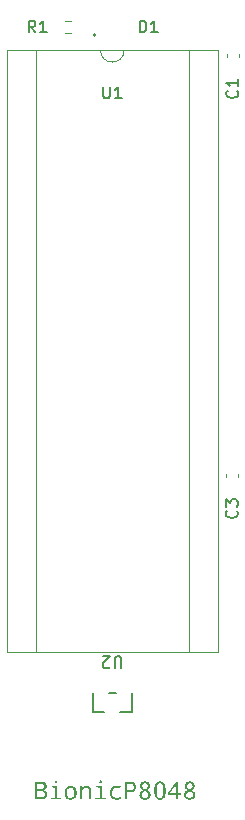
<source format=gbr>
G04 #@! TF.GenerationSoftware,KiCad,Pcbnew,8.0.4+dfsg-1*
G04 #@! TF.CreationDate,2024-12-10T10:57:50+09:00*
G04 #@! TF.ProjectId,bionic-p8048,62696f6e-6963-42d7-9038-3034382e6b69,5*
G04 #@! TF.SameCoordinates,Original*
G04 #@! TF.FileFunction,Legend,Top*
G04 #@! TF.FilePolarity,Positive*
%FSLAX46Y46*%
G04 Gerber Fmt 4.6, Leading zero omitted, Abs format (unit mm)*
G04 Created by KiCad (PCBNEW 8.0.4+dfsg-1) date 2024-12-10 10:57:50*
%MOMM*%
%LPD*%
G01*
G04 APERTURE LIST*
%ADD10C,0.150000*%
%ADD11C,0.152400*%
%ADD12C,0.120000*%
G04 APERTURE END LIST*
D10*
G36*
X107699538Y-135672063D02*
G01*
X107776344Y-135678637D01*
X107858522Y-135692311D01*
X107929805Y-135712297D01*
X107999195Y-135743590D01*
X108024394Y-135759631D01*
X108080173Y-135811219D01*
X108120015Y-135876592D01*
X108143920Y-135955750D01*
X108151764Y-136036321D01*
X108151889Y-136048692D01*
X108143982Y-136126373D01*
X108117019Y-136201904D01*
X108070922Y-136267045D01*
X108014737Y-136314622D01*
X107947389Y-136348819D01*
X107868878Y-136369634D01*
X107851836Y-136372192D01*
X107851836Y-136382450D01*
X107932036Y-136400127D01*
X108001542Y-136425315D01*
X108073387Y-136467361D01*
X108128524Y-136521142D01*
X108166953Y-136586658D01*
X108188674Y-136663909D01*
X108194020Y-136734160D01*
X108189397Y-136807481D01*
X108172314Y-136885274D01*
X108142644Y-136954722D01*
X108100386Y-137015826D01*
X108062496Y-137054362D01*
X108000538Y-137099615D01*
X107929430Y-137133753D01*
X107849170Y-137156776D01*
X107773092Y-137167664D01*
X107704558Y-137170500D01*
X107161606Y-137170500D01*
X107161606Y-137006735D01*
X107354314Y-137006735D01*
X107670486Y-137006735D01*
X107745619Y-137002355D01*
X107825448Y-136984565D01*
X107900582Y-136945152D01*
X107953175Y-136886033D01*
X107983228Y-136807207D01*
X107991055Y-136726466D01*
X107982906Y-136651635D01*
X107951616Y-136578580D01*
X107896859Y-136523788D01*
X107818635Y-136487261D01*
X107735521Y-136470772D01*
X107657297Y-136466714D01*
X107354314Y-136466714D01*
X107354314Y-137006735D01*
X107161606Y-137006735D01*
X107161606Y-136302949D01*
X107354314Y-136302949D01*
X107646672Y-136302949D01*
X107721640Y-136299446D01*
X107800021Y-136285213D01*
X107871600Y-136253683D01*
X107881145Y-136246895D01*
X107928824Y-136189259D01*
X107951261Y-136114589D01*
X107954785Y-136061515D01*
X107945477Y-135985822D01*
X107910477Y-135917465D01*
X107876016Y-135886759D01*
X107803957Y-135854387D01*
X107724072Y-135838824D01*
X107647182Y-135833844D01*
X107626156Y-135833636D01*
X107354314Y-135833636D01*
X107354314Y-136302949D01*
X107161606Y-136302949D01*
X107161606Y-135669871D01*
X107615165Y-135669871D01*
X107699538Y-135672063D01*
G37*
G36*
X108934809Y-135576082D02*
G01*
X109009441Y-135598452D01*
X109042280Y-135665561D01*
X109043986Y-135692952D01*
X109025644Y-135765080D01*
X109011379Y-135781613D01*
X108943015Y-135810301D01*
X108934809Y-135810555D01*
X108863410Y-135791146D01*
X108827226Y-135726832D01*
X108824533Y-135692952D01*
X108842733Y-135617284D01*
X108908963Y-135577908D01*
X108934809Y-135576082D01*
G37*
G36*
X108840287Y-136192307D02*
G01*
X108562949Y-136170691D01*
X108562949Y-136045028D01*
X109027499Y-136045028D01*
X109027499Y-137023221D01*
X109390200Y-137043737D01*
X109390200Y-137170500D01*
X108485646Y-137170500D01*
X108485646Y-137043737D01*
X108840287Y-137023221D01*
X108840287Y-136192307D01*
G37*
G36*
X110259242Y-136027197D02*
G01*
X110334882Y-136044044D01*
X110404803Y-136072122D01*
X110469005Y-136111432D01*
X110527489Y-136161973D01*
X110545713Y-136181316D01*
X110594395Y-136244900D01*
X110633005Y-136315852D01*
X110661542Y-136394171D01*
X110680008Y-136479857D01*
X110687702Y-136556890D01*
X110688961Y-136605566D01*
X110685509Y-136688148D01*
X110675151Y-136765077D01*
X110657888Y-136836354D01*
X110628058Y-136914424D01*
X110588285Y-136984354D01*
X110547545Y-137036410D01*
X110491353Y-137089948D01*
X110428568Y-137132409D01*
X110359187Y-137163793D01*
X110283213Y-137184101D01*
X110200643Y-137193331D01*
X110171655Y-137193947D01*
X110090893Y-137188318D01*
X110015669Y-137171433D01*
X109945984Y-137143290D01*
X109881838Y-137103890D01*
X109823229Y-137053233D01*
X109804924Y-137033846D01*
X109756118Y-136969896D01*
X109717409Y-136898400D01*
X109688798Y-136819355D01*
X109672669Y-136747719D01*
X109663553Y-136670842D01*
X109661309Y-136605566D01*
X109855116Y-136605566D01*
X109857934Y-136682890D01*
X109870456Y-136774157D01*
X109892996Y-136851904D01*
X109935258Y-136930073D01*
X109993173Y-136987115D01*
X110066741Y-137023031D01*
X110155962Y-137037819D01*
X110175685Y-137038242D01*
X110250560Y-137031481D01*
X110330116Y-137004017D01*
X110394072Y-136955425D01*
X110442429Y-136885707D01*
X110469884Y-136814721D01*
X110487355Y-136730214D01*
X110494842Y-136632186D01*
X110495154Y-136605566D01*
X110492327Y-136529028D01*
X110479762Y-136438687D01*
X110457145Y-136361731D01*
X110414737Y-136284356D01*
X110356624Y-136227893D01*
X110282803Y-136192343D01*
X110193277Y-136177704D01*
X110173487Y-136177286D01*
X110098868Y-136183978D01*
X110019587Y-136211164D01*
X109955850Y-136259261D01*
X109907660Y-136328271D01*
X109880300Y-136398536D01*
X109862889Y-136482184D01*
X109855427Y-136579217D01*
X109855116Y-136605566D01*
X109661309Y-136605566D01*
X109664717Y-136523749D01*
X109674941Y-136447514D01*
X109696206Y-136363399D01*
X109727285Y-136287321D01*
X109768179Y-136219280D01*
X109800894Y-136178385D01*
X109856677Y-136125096D01*
X109919339Y-136082833D01*
X109988878Y-136051594D01*
X110065295Y-136031381D01*
X110148590Y-136022194D01*
X110177883Y-136021581D01*
X110259242Y-136027197D01*
G37*
G36*
X111717346Y-137170500D02*
G01*
X111717346Y-136444366D01*
X111711362Y-136367424D01*
X111688384Y-136292308D01*
X111639795Y-136228407D01*
X111567750Y-136190066D01*
X111487327Y-136177547D01*
X111472248Y-136177286D01*
X111398059Y-136183674D01*
X111319234Y-136209628D01*
X111255864Y-136255545D01*
X111207950Y-136321426D01*
X111175493Y-136407271D01*
X111160655Y-136490321D01*
X111155709Y-136586148D01*
X111155709Y-137170500D01*
X110968131Y-137170500D01*
X110968131Y-136045028D01*
X111119439Y-136045028D01*
X111147283Y-136194871D01*
X111157541Y-136194871D01*
X111202097Y-136135980D01*
X111265996Y-136082673D01*
X111342727Y-136045950D01*
X111418710Y-136027673D01*
X111504122Y-136021581D01*
X111598060Y-136028021D01*
X111679473Y-136047341D01*
X111748361Y-136079541D01*
X111816857Y-136137904D01*
X111857564Y-136199084D01*
X111885745Y-136273144D01*
X111901401Y-136360083D01*
X111904924Y-136433741D01*
X111904924Y-137170500D01*
X111717346Y-137170500D01*
G37*
G36*
X112715688Y-135576082D02*
G01*
X112790321Y-135598452D01*
X112823159Y-135665561D01*
X112824865Y-135692952D01*
X112806524Y-135765080D01*
X112792258Y-135781613D01*
X112723894Y-135810301D01*
X112715688Y-135810555D01*
X112644289Y-135791146D01*
X112608105Y-135726832D01*
X112605413Y-135692952D01*
X112623612Y-135617284D01*
X112689842Y-135577908D01*
X112715688Y-135576082D01*
G37*
G36*
X112621166Y-136192307D02*
G01*
X112343829Y-136170691D01*
X112343829Y-136045028D01*
X112808378Y-136045028D01*
X112808378Y-137023221D01*
X113171079Y-137043737D01*
X113171079Y-137170500D01*
X112266526Y-137170500D01*
X112266526Y-137043737D01*
X112621166Y-137023221D01*
X112621166Y-136192307D01*
G37*
G36*
X114417084Y-136082398D02*
G01*
X114353337Y-136245063D01*
X114278094Y-136218937D01*
X114206974Y-136200275D01*
X114131890Y-136188204D01*
X114077098Y-136185346D01*
X113987539Y-136192004D01*
X113909921Y-136211976D01*
X113844245Y-136245264D01*
X113778941Y-136305598D01*
X113740133Y-136368844D01*
X113713265Y-136445406D01*
X113698338Y-136535282D01*
X113694980Y-136611428D01*
X113698248Y-136686264D01*
X113712774Y-136774595D01*
X113738920Y-136849840D01*
X113787945Y-136925493D01*
X113855127Y-136980700D01*
X113940465Y-137015460D01*
X114021810Y-137028546D01*
X114066840Y-137030182D01*
X114148241Y-137026198D01*
X114230513Y-137014245D01*
X114303214Y-136997250D01*
X114376582Y-136974154D01*
X114397667Y-136966435D01*
X114397667Y-137131299D01*
X114324691Y-137158707D01*
X114243885Y-137178285D01*
X114166756Y-137188991D01*
X114083631Y-137193702D01*
X114058780Y-137193947D01*
X113978893Y-137190289D01*
X113904785Y-137179314D01*
X113823482Y-137156486D01*
X113750500Y-137123123D01*
X113685838Y-137079223D01*
X113647353Y-137044104D01*
X113597674Y-136983327D01*
X113558275Y-136913380D01*
X113529153Y-136834263D01*
X113512736Y-136761326D01*
X113503457Y-136682021D01*
X113501173Y-136613992D01*
X113504823Y-136526918D01*
X113515771Y-136446588D01*
X113534017Y-136373002D01*
X113565547Y-136293601D01*
X113607588Y-136223912D01*
X113650650Y-136173256D01*
X113710967Y-136121710D01*
X113779810Y-136080829D01*
X113857181Y-136050613D01*
X113943077Y-136031061D01*
X114021171Y-136022914D01*
X114070870Y-136021581D01*
X114150173Y-136024491D01*
X114227478Y-136033222D01*
X114302784Y-136047773D01*
X114376091Y-136068144D01*
X114417084Y-136082398D01*
G37*
G36*
X115276361Y-135673723D02*
G01*
X115361723Y-135685276D01*
X115437773Y-135704532D01*
X115524687Y-135742187D01*
X115595046Y-135793535D01*
X115648850Y-135858576D01*
X115686099Y-135937310D01*
X115706793Y-136029737D01*
X115711449Y-136108043D01*
X115706426Y-136188672D01*
X115691356Y-136262397D01*
X115661077Y-136339684D01*
X115617124Y-136407575D01*
X115568567Y-136458287D01*
X115500010Y-136507252D01*
X115431368Y-136539649D01*
X115353608Y-136563211D01*
X115266728Y-136577937D01*
X115187362Y-136583459D01*
X115153842Y-136583950D01*
X114957105Y-136583950D01*
X114957105Y-137170500D01*
X114765496Y-137170500D01*
X114765496Y-136420185D01*
X114957105Y-136420185D01*
X115132227Y-136420185D01*
X115215948Y-136416679D01*
X115288554Y-136406161D01*
X115365573Y-136382333D01*
X115424219Y-136346913D01*
X115474488Y-136286754D01*
X115502080Y-136215084D01*
X115512168Y-136136754D01*
X115512513Y-136117569D01*
X115504007Y-136035772D01*
X115471343Y-135955916D01*
X115414182Y-135896024D01*
X115347834Y-135861364D01*
X115264473Y-135840568D01*
X115185536Y-135833914D01*
X115164101Y-135833636D01*
X114957105Y-135833636D01*
X114957105Y-136420185D01*
X114765496Y-136420185D01*
X114765496Y-135669871D01*
X115181686Y-135669871D01*
X115276361Y-135673723D01*
G37*
G36*
X116556706Y-135651087D02*
G01*
X116629320Y-135665077D01*
X116703807Y-135692486D01*
X116769226Y-135732076D01*
X116784163Y-135743877D01*
X116835615Y-135796885D01*
X116875926Y-135866756D01*
X116896139Y-135937962D01*
X116901766Y-136007293D01*
X116892274Y-136092000D01*
X116863796Y-136169443D01*
X116816333Y-136239622D01*
X116762279Y-136292555D01*
X116695040Y-136340444D01*
X116631756Y-136375123D01*
X116706374Y-136417518D01*
X116771043Y-136462272D01*
X116837888Y-136521530D01*
X116889188Y-136584474D01*
X116924943Y-136651103D01*
X116947328Y-136735922D01*
X116950127Y-136780322D01*
X116943903Y-136858560D01*
X116925232Y-136929787D01*
X116888653Y-137002602D01*
X116835817Y-137066257D01*
X116820067Y-137080740D01*
X116759329Y-137124851D01*
X116690597Y-137158128D01*
X116613871Y-137180570D01*
X116529151Y-137192178D01*
X116477150Y-137193947D01*
X116397183Y-137190199D01*
X116324067Y-137178955D01*
X116247426Y-137156362D01*
X116180112Y-137123566D01*
X116129837Y-137087335D01*
X116075340Y-137028556D01*
X116036414Y-136959199D01*
X116013058Y-136879263D01*
X116005395Y-136800641D01*
X116005273Y-136788748D01*
X116005338Y-136788015D01*
X116188455Y-136788015D01*
X116198450Y-136871684D01*
X116235376Y-136947418D01*
X116299509Y-136999591D01*
X116376137Y-137025557D01*
X116455263Y-137033972D01*
X116472754Y-137034212D01*
X116546640Y-137028909D01*
X116623249Y-137008023D01*
X116689642Y-136967167D01*
X116736525Y-136909242D01*
X116761769Y-136836581D01*
X116766578Y-136779955D01*
X116754166Y-136703239D01*
X116716930Y-136634657D01*
X116701732Y-136616557D01*
X116646413Y-136566922D01*
X116585182Y-136525538D01*
X116518687Y-136488169D01*
X116481180Y-136469278D01*
X116450406Y-136454990D01*
X116374941Y-136495868D01*
X116312268Y-136540878D01*
X116253943Y-136600345D01*
X116214036Y-136665763D01*
X116192548Y-136737131D01*
X116188455Y-136788015D01*
X116005338Y-136788015D01*
X116012366Y-136709014D01*
X116033645Y-136635362D01*
X116069110Y-136567792D01*
X116118760Y-136506304D01*
X116182597Y-136450899D01*
X116260619Y-136401575D01*
X116295800Y-136383549D01*
X116226035Y-136334800D01*
X116168095Y-136282205D01*
X116114175Y-136214014D01*
X116077282Y-136140285D01*
X116057417Y-136061017D01*
X116054401Y-136016452D01*
X116237182Y-136016452D01*
X116246929Y-136091265D01*
X116279005Y-136159593D01*
X116288106Y-136171790D01*
X116344236Y-136223409D01*
X116407491Y-136263279D01*
X116479348Y-136299285D01*
X116548163Y-136264753D01*
X116615345Y-136218591D01*
X116672497Y-136158224D01*
X116706788Y-136090844D01*
X116718218Y-136016452D01*
X116707516Y-135941146D01*
X116668570Y-135874240D01*
X116653371Y-135860015D01*
X116587304Y-135823199D01*
X116509254Y-135807474D01*
X116474952Y-135806159D01*
X116399355Y-135813732D01*
X116327047Y-135841712D01*
X116301295Y-135860015D01*
X116255276Y-135921211D01*
X116237745Y-135997646D01*
X116237182Y-136016452D01*
X116054401Y-136016452D01*
X116053633Y-136005095D01*
X116061121Y-135926922D01*
X116087444Y-135849159D01*
X116132721Y-135782176D01*
X116173434Y-135743511D01*
X116237479Y-135701035D01*
X116309447Y-135670696D01*
X116389337Y-135652492D01*
X116465740Y-135646519D01*
X116477150Y-135646424D01*
X116556706Y-135651087D01*
G37*
G36*
X117820712Y-135653418D02*
G01*
X117897962Y-135674399D01*
X117966995Y-135709369D01*
X118027810Y-135758326D01*
X118080408Y-135821270D01*
X118096114Y-135845360D01*
X118131366Y-135911839D01*
X118160643Y-135986940D01*
X118183945Y-136070663D01*
X118198284Y-136143850D01*
X118208800Y-136222556D01*
X118215492Y-136306779D01*
X118218360Y-136396521D01*
X118218480Y-136419819D01*
X118216592Y-136513561D01*
X118210929Y-136601255D01*
X118201491Y-136682902D01*
X118188277Y-136758500D01*
X118161379Y-136860558D01*
X118125986Y-136949008D01*
X118082098Y-137023850D01*
X118029716Y-137085085D01*
X117968840Y-137132712D01*
X117899469Y-137166731D01*
X117821604Y-137187143D01*
X117735245Y-137193947D01*
X117650787Y-137186953D01*
X117574365Y-137165971D01*
X117505981Y-137131002D01*
X117445634Y-137082045D01*
X117393324Y-137019101D01*
X117377674Y-136995011D01*
X117342633Y-136928514D01*
X117313531Y-136853360D01*
X117290369Y-136769547D01*
X117276115Y-136696262D01*
X117265662Y-136617437D01*
X117259010Y-136533070D01*
X117256159Y-136443162D01*
X117256041Y-136419819D01*
X117256056Y-136419086D01*
X117446916Y-136419086D01*
X117448004Y-136498015D01*
X117451267Y-136571219D01*
X117458405Y-136654674D01*
X117468941Y-136729185D01*
X117486072Y-136806791D01*
X117512243Y-136881053D01*
X117516526Y-136890231D01*
X117556299Y-136953223D01*
X117612923Y-137002576D01*
X117682124Y-137029150D01*
X117735245Y-137034212D01*
X117814187Y-137022794D01*
X117880377Y-136988540D01*
X117933816Y-136931449D01*
X117957995Y-136889864D01*
X117985689Y-136817874D01*
X118004013Y-136742355D01*
X118015465Y-136669681D01*
X118023447Y-136588152D01*
X118027959Y-136497769D01*
X118029069Y-136419086D01*
X118027959Y-136340925D01*
X118023447Y-136251112D01*
X118015465Y-136170065D01*
X118001306Y-136084378D01*
X117982149Y-136011314D01*
X117957995Y-135950873D01*
X117917420Y-135887561D01*
X117859730Y-135837956D01*
X117789290Y-135811247D01*
X117735245Y-135806159D01*
X117657659Y-135817519D01*
X117592651Y-135851600D01*
X117540219Y-135908400D01*
X117516526Y-135949774D01*
X117489403Y-136021193D01*
X117471456Y-136096335D01*
X117460240Y-136168772D01*
X117452423Y-136250136D01*
X117448004Y-136340427D01*
X117446916Y-136419086D01*
X117256056Y-136419086D01*
X117257913Y-136326166D01*
X117263528Y-136238555D01*
X117272888Y-136156986D01*
X117285991Y-136081459D01*
X117312665Y-135979498D01*
X117347763Y-135891131D01*
X117391285Y-135816360D01*
X117443230Y-135755183D01*
X117503598Y-135707601D01*
X117572390Y-135673614D01*
X117649606Y-135653222D01*
X117735245Y-135646424D01*
X117820712Y-135653418D01*
G37*
G36*
X119305849Y-136654659D02*
G01*
X119525301Y-136654659D01*
X119525301Y-136825751D01*
X119305849Y-136825751D01*
X119305849Y-137170500D01*
X119124498Y-137170500D01*
X119124498Y-136825751D01*
X118428040Y-136825751D01*
X118428040Y-136661620D01*
X118432841Y-136654659D01*
X118612321Y-136654659D01*
X119124498Y-136654659D01*
X119124498Y-136295622D01*
X119125130Y-136214027D01*
X119126675Y-136137949D01*
X119129148Y-136056204D01*
X119132548Y-135968792D01*
X119136090Y-135891619D01*
X119137688Y-135859648D01*
X119128528Y-135859648D01*
X119100881Y-135927568D01*
X119065684Y-135995145D01*
X119035838Y-136041365D01*
X118612321Y-136654659D01*
X118432841Y-136654659D01*
X119112042Y-135669871D01*
X119305849Y-135669871D01*
X119305849Y-136654659D01*
G37*
G36*
X120337586Y-135651087D02*
G01*
X120410199Y-135665077D01*
X120484686Y-135692486D01*
X120550105Y-135732076D01*
X120565043Y-135743877D01*
X120616494Y-135796885D01*
X120656805Y-135866756D01*
X120677018Y-135937962D01*
X120682646Y-136007293D01*
X120673153Y-136092000D01*
X120644675Y-136169443D01*
X120597213Y-136239622D01*
X120543158Y-136292555D01*
X120475919Y-136340444D01*
X120412635Y-136375123D01*
X120487253Y-136417518D01*
X120551922Y-136462272D01*
X120618768Y-136521530D01*
X120670068Y-136584474D01*
X120705822Y-136651103D01*
X120728208Y-136735922D01*
X120731006Y-136780322D01*
X120724782Y-136858560D01*
X120706112Y-136929787D01*
X120669532Y-137002602D01*
X120616696Y-137066257D01*
X120600946Y-137080740D01*
X120540209Y-137124851D01*
X120471477Y-137158128D01*
X120394751Y-137180570D01*
X120310030Y-137192178D01*
X120258030Y-137193947D01*
X120178062Y-137190199D01*
X120104946Y-137178955D01*
X120028306Y-137156362D01*
X119960991Y-137123566D01*
X119910716Y-137087335D01*
X119856219Y-137028556D01*
X119817293Y-136959199D01*
X119793938Y-136879263D01*
X119786274Y-136800641D01*
X119786152Y-136788748D01*
X119786217Y-136788015D01*
X119969334Y-136788015D01*
X119979329Y-136871684D01*
X120016255Y-136947418D01*
X120080389Y-136999591D01*
X120157016Y-137025557D01*
X120236142Y-137033972D01*
X120253633Y-137034212D01*
X120327519Y-137028909D01*
X120404129Y-137008023D01*
X120470521Y-136967167D01*
X120517404Y-136909242D01*
X120542649Y-136836581D01*
X120547457Y-136779955D01*
X120535045Y-136703239D01*
X120497809Y-136634657D01*
X120482611Y-136616557D01*
X120427293Y-136566922D01*
X120366061Y-136525538D01*
X120299566Y-136488169D01*
X120262060Y-136469278D01*
X120231285Y-136454990D01*
X120155821Y-136495868D01*
X120093147Y-136540878D01*
X120034822Y-136600345D01*
X119994916Y-136665763D01*
X119973427Y-136737131D01*
X119969334Y-136788015D01*
X119786217Y-136788015D01*
X119793245Y-136709014D01*
X119814524Y-136635362D01*
X119849989Y-136567792D01*
X119899639Y-136506304D01*
X119963476Y-136450899D01*
X120041498Y-136401575D01*
X120076679Y-136383549D01*
X120006914Y-136334800D01*
X119948974Y-136282205D01*
X119895054Y-136214014D01*
X119858162Y-136140285D01*
X119838296Y-136061017D01*
X119835280Y-136016452D01*
X120018061Y-136016452D01*
X120027808Y-136091265D01*
X120059885Y-136159593D01*
X120068986Y-136171790D01*
X120125115Y-136223409D01*
X120188370Y-136263279D01*
X120260228Y-136299285D01*
X120329043Y-136264753D01*
X120396225Y-136218591D01*
X120453376Y-136158224D01*
X120487667Y-136090844D01*
X120499097Y-136016452D01*
X120488395Y-135941146D01*
X120449449Y-135874240D01*
X120434251Y-135860015D01*
X120368184Y-135823199D01*
X120290133Y-135807474D01*
X120255831Y-135806159D01*
X120180234Y-135813732D01*
X120107926Y-135841712D01*
X120082175Y-135860015D01*
X120036156Y-135921211D01*
X120018624Y-135997646D01*
X120018061Y-136016452D01*
X119835280Y-136016452D01*
X119834512Y-136005095D01*
X119842000Y-135926922D01*
X119868323Y-135849159D01*
X119913600Y-135782176D01*
X119954314Y-135743511D01*
X120018359Y-135701035D01*
X120090326Y-135670696D01*
X120170217Y-135652492D01*
X120246620Y-135646519D01*
X120258030Y-135646424D01*
X120337586Y-135651087D01*
G37*
X116009905Y-72232819D02*
X116009905Y-71232819D01*
X116009905Y-71232819D02*
X116248000Y-71232819D01*
X116248000Y-71232819D02*
X116390857Y-71280438D01*
X116390857Y-71280438D02*
X116486095Y-71375676D01*
X116486095Y-71375676D02*
X116533714Y-71470914D01*
X116533714Y-71470914D02*
X116581333Y-71661390D01*
X116581333Y-71661390D02*
X116581333Y-71804247D01*
X116581333Y-71804247D02*
X116533714Y-71994723D01*
X116533714Y-71994723D02*
X116486095Y-72089961D01*
X116486095Y-72089961D02*
X116390857Y-72185200D01*
X116390857Y-72185200D02*
X116248000Y-72232819D01*
X116248000Y-72232819D02*
X116009905Y-72232819D01*
X117533714Y-72232819D02*
X116962286Y-72232819D01*
X117248000Y-72232819D02*
X117248000Y-71232819D01*
X117248000Y-71232819D02*
X117152762Y-71375676D01*
X117152762Y-71375676D02*
X117057524Y-71470914D01*
X117057524Y-71470914D02*
X116962286Y-71518533D01*
X112938095Y-76820819D02*
X112938095Y-77630342D01*
X112938095Y-77630342D02*
X112985714Y-77725580D01*
X112985714Y-77725580D02*
X113033333Y-77773200D01*
X113033333Y-77773200D02*
X113128571Y-77820819D01*
X113128571Y-77820819D02*
X113319047Y-77820819D01*
X113319047Y-77820819D02*
X113414285Y-77773200D01*
X113414285Y-77773200D02*
X113461904Y-77725580D01*
X113461904Y-77725580D02*
X113509523Y-77630342D01*
X113509523Y-77630342D02*
X113509523Y-76820819D01*
X114509523Y-77820819D02*
X113938095Y-77820819D01*
X114223809Y-77820819D02*
X114223809Y-76820819D01*
X114223809Y-76820819D02*
X114128571Y-76963676D01*
X114128571Y-76963676D02*
X114033333Y-77058914D01*
X114033333Y-77058914D02*
X113938095Y-77106533D01*
X114461904Y-126068780D02*
X114461904Y-125259257D01*
X114461904Y-125259257D02*
X114414285Y-125164019D01*
X114414285Y-125164019D02*
X114366666Y-125116400D01*
X114366666Y-125116400D02*
X114271428Y-125068780D01*
X114271428Y-125068780D02*
X114080952Y-125068780D01*
X114080952Y-125068780D02*
X113985714Y-125116400D01*
X113985714Y-125116400D02*
X113938095Y-125164019D01*
X113938095Y-125164019D02*
X113890476Y-125259257D01*
X113890476Y-125259257D02*
X113890476Y-126068780D01*
X113461904Y-125973542D02*
X113414285Y-126021161D01*
X113414285Y-126021161D02*
X113319047Y-126068780D01*
X113319047Y-126068780D02*
X113080952Y-126068780D01*
X113080952Y-126068780D02*
X112985714Y-126021161D01*
X112985714Y-126021161D02*
X112938095Y-125973542D01*
X112938095Y-125973542D02*
X112890476Y-125878304D01*
X112890476Y-125878304D02*
X112890476Y-125783066D01*
X112890476Y-125783066D02*
X112938095Y-125640209D01*
X112938095Y-125640209D02*
X113509523Y-125068780D01*
X113509523Y-125068780D02*
X112890476Y-125068780D01*
X124270380Y-77177066D02*
X124318000Y-77224685D01*
X124318000Y-77224685D02*
X124365619Y-77367542D01*
X124365619Y-77367542D02*
X124365619Y-77462780D01*
X124365619Y-77462780D02*
X124318000Y-77605637D01*
X124318000Y-77605637D02*
X124222761Y-77700875D01*
X124222761Y-77700875D02*
X124127523Y-77748494D01*
X124127523Y-77748494D02*
X123937047Y-77796113D01*
X123937047Y-77796113D02*
X123794190Y-77796113D01*
X123794190Y-77796113D02*
X123603714Y-77748494D01*
X123603714Y-77748494D02*
X123508476Y-77700875D01*
X123508476Y-77700875D02*
X123413238Y-77605637D01*
X123413238Y-77605637D02*
X123365619Y-77462780D01*
X123365619Y-77462780D02*
X123365619Y-77367542D01*
X123365619Y-77367542D02*
X123413238Y-77224685D01*
X123413238Y-77224685D02*
X123460857Y-77177066D01*
X124365619Y-76224685D02*
X124365619Y-76796113D01*
X124365619Y-76510399D02*
X123365619Y-76510399D01*
X123365619Y-76510399D02*
X123508476Y-76605637D01*
X123508476Y-76605637D02*
X123603714Y-76700875D01*
X123603714Y-76700875D02*
X123651333Y-76796113D01*
X107183333Y-72232819D02*
X106850000Y-71756628D01*
X106611905Y-72232819D02*
X106611905Y-71232819D01*
X106611905Y-71232819D02*
X106992857Y-71232819D01*
X106992857Y-71232819D02*
X107088095Y-71280438D01*
X107088095Y-71280438D02*
X107135714Y-71328057D01*
X107135714Y-71328057D02*
X107183333Y-71423295D01*
X107183333Y-71423295D02*
X107183333Y-71566152D01*
X107183333Y-71566152D02*
X107135714Y-71661390D01*
X107135714Y-71661390D02*
X107088095Y-71709009D01*
X107088095Y-71709009D02*
X106992857Y-71756628D01*
X106992857Y-71756628D02*
X106611905Y-71756628D01*
X108135714Y-72232819D02*
X107564286Y-72232819D01*
X107850000Y-72232819D02*
X107850000Y-71232819D01*
X107850000Y-71232819D02*
X107754762Y-71375676D01*
X107754762Y-71375676D02*
X107659524Y-71470914D01*
X107659524Y-71470914D02*
X107564286Y-71518533D01*
X124219580Y-112738166D02*
X124267200Y-112785785D01*
X124267200Y-112785785D02*
X124314819Y-112928642D01*
X124314819Y-112928642D02*
X124314819Y-113023880D01*
X124314819Y-113023880D02*
X124267200Y-113166737D01*
X124267200Y-113166737D02*
X124171961Y-113261975D01*
X124171961Y-113261975D02*
X124076723Y-113309594D01*
X124076723Y-113309594D02*
X123886247Y-113357213D01*
X123886247Y-113357213D02*
X123743390Y-113357213D01*
X123743390Y-113357213D02*
X123552914Y-113309594D01*
X123552914Y-113309594D02*
X123457676Y-113261975D01*
X123457676Y-113261975D02*
X123362438Y-113166737D01*
X123362438Y-113166737D02*
X123314819Y-113023880D01*
X123314819Y-113023880D02*
X123314819Y-112928642D01*
X123314819Y-112928642D02*
X123362438Y-112785785D01*
X123362438Y-112785785D02*
X123410057Y-112738166D01*
X123314819Y-112404832D02*
X123314819Y-111785785D01*
X123314819Y-111785785D02*
X123695771Y-112119118D01*
X123695771Y-112119118D02*
X123695771Y-111976261D01*
X123695771Y-111976261D02*
X123743390Y-111881023D01*
X123743390Y-111881023D02*
X123791009Y-111833404D01*
X123791009Y-111833404D02*
X123886247Y-111785785D01*
X123886247Y-111785785D02*
X124124342Y-111785785D01*
X124124342Y-111785785D02*
X124219580Y-111833404D01*
X124219580Y-111833404D02*
X124267200Y-111881023D01*
X124267200Y-111881023D02*
X124314819Y-111976261D01*
X124314819Y-111976261D02*
X124314819Y-112261975D01*
X124314819Y-112261975D02*
X124267200Y-112357213D01*
X124267200Y-112357213D02*
X124219580Y-112404832D01*
D11*
X112252200Y-72463800D02*
G75*
G02*
X112099800Y-72463800I-76200J0D01*
G01*
X112099800Y-72463800D02*
G75*
G02*
X112252200Y-72463800I76200J0D01*
G01*
D12*
X104750000Y-73690000D02*
X104750000Y-124730000D01*
X104750000Y-124730000D02*
X122650000Y-124730000D01*
X107240000Y-73750000D02*
X107240000Y-124670000D01*
X107240000Y-124670000D02*
X120160000Y-124670000D01*
X112700000Y-73750000D02*
X107240000Y-73750000D01*
X120160000Y-73750000D02*
X114700000Y-73750000D01*
X120160000Y-124670000D02*
X120160000Y-73750000D01*
X122650000Y-73690000D02*
X104750000Y-73690000D01*
X122650000Y-124730000D02*
X122650000Y-73690000D01*
X114700000Y-73750000D02*
G75*
G02*
X112700000Y-73750000I-1000000J0D01*
G01*
D11*
X115352000Y-129805000D02*
X115352000Y-128151000D01*
X114362940Y-129805000D02*
X115352000Y-129805000D01*
X113987061Y-128151000D02*
X113412939Y-128151000D01*
X112048000Y-129805000D02*
X113037060Y-129805000D01*
X112048000Y-128151000D02*
X112048000Y-129805000D01*
D12*
X123400800Y-74362667D02*
X123400800Y-74070133D01*
X124420800Y-74362667D02*
X124420800Y-74070133D01*
X110248224Y-72300500D02*
X109738776Y-72300500D01*
X110248224Y-71255500D02*
X109738776Y-71255500D01*
X123350000Y-109923767D02*
X123350000Y-109631233D01*
X124370000Y-109923767D02*
X124370000Y-109631233D01*
M02*

</source>
